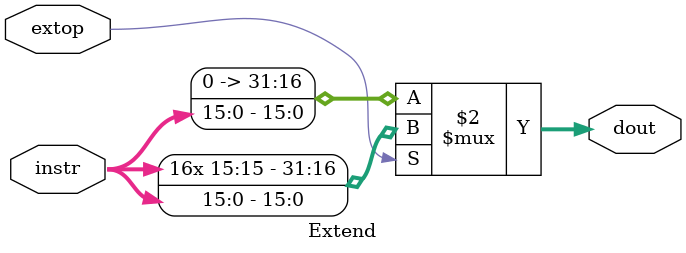
<source format=v>
`timescale 1ns / 1ps


module Extend(
    input   [15:0]instr,
    input   extop,
    output  [31:0]dout
    );
    
    assign dout = (extop==1'b0) ? {(16'b0),instr[15:0]} : {{16{instr[15]}},instr[15:0]};
endmodule

</source>
